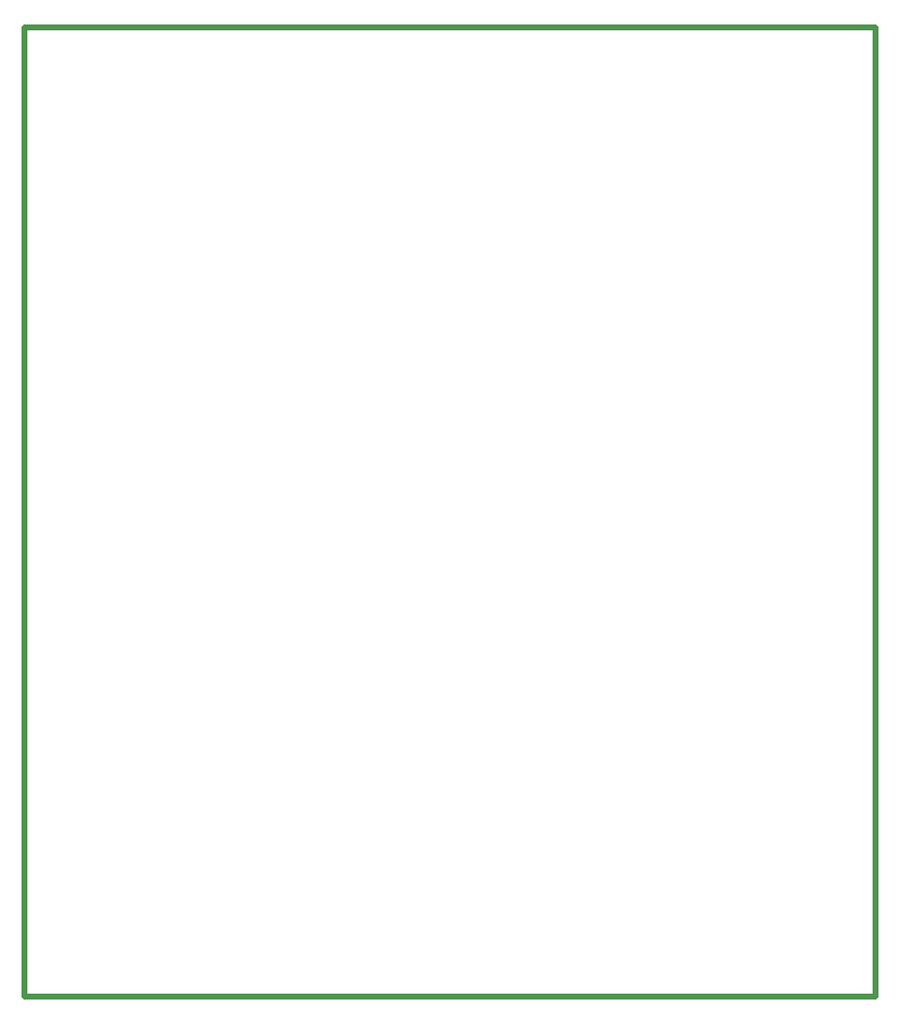
<source format=gko>
G04*
G04 #@! TF.GenerationSoftware,Altium Limited,Altium Designer,23.1.1 (15)*
G04*
G04 Layer_Color=16711935*
%FSLAX44Y44*%
%MOMM*%
G71*
G04*
G04 #@! TF.SameCoordinates,8BC828A1-C8E0-4588-AEB6-AA5E87443106*
G04*
G04*
G04 #@! TF.FilePolarity,Positive*
G04*
G01*
G75*
%ADD139C,0.5080*%
D139*
X0Y0D02*
X736600D01*
X0D02*
Y838200D01*
X736600D01*
Y0D02*
Y838200D01*
M02*

</source>
